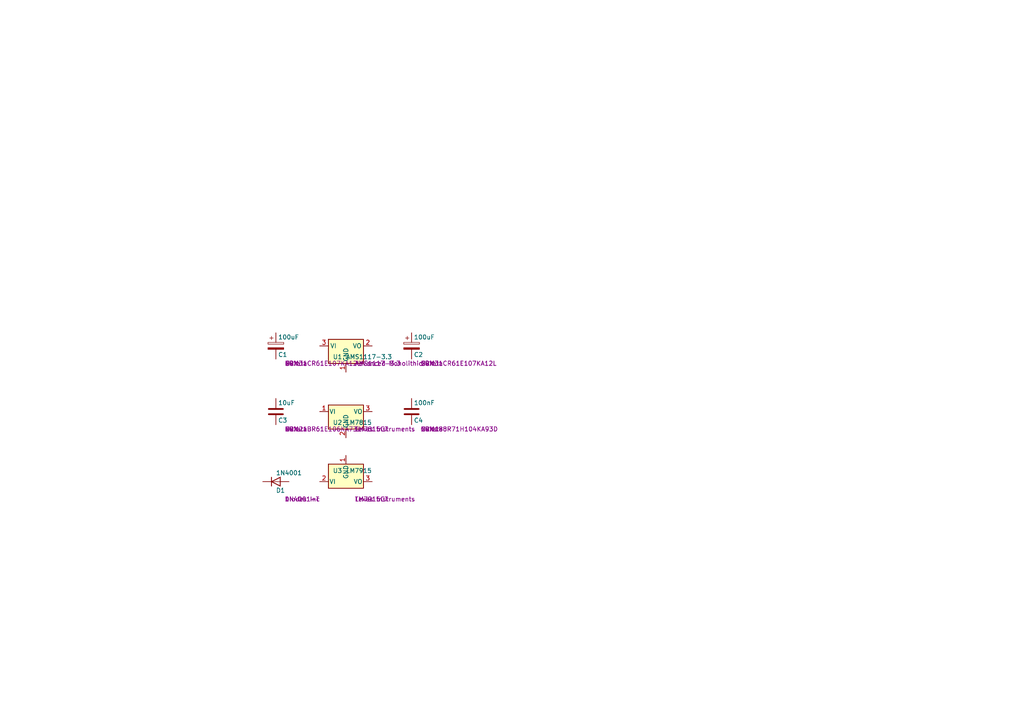
<source format=kicad_sch>
(kicad_sch (version 20250114) (generator "eeschema") (generator_version "9.0")
  (paper "A4")
  (title_block (title "AmpPowerSupply"))
  (lib_symbols
    (symbol "Regulator_Linear:AMS1117-3.3"
      (property "Reference" "U" (at -3.81 3.175 0))
      (property "Value" "AMS1117-3.3" (at 0 3.175 0))
      (symbol "AMS1117-3.3_0_1"
        (rectangle (start -5.08 -5.08) (end 5.08 1.905) (stroke (width 0.254)) (fill (type background)))
      )
      (symbol "AMS1117-3.3_1_1"
        (pin power_in line (at -7.62 0 0) (length 2.54) (name "VI") (number "3"))
        (pin power_in line (at 0 -7.62 90) (length 2.54) (name "GND") (number "1"))
        (pin power_out line (at 7.62 0 180) (length 2.54) (name "VO") (number "2"))
      )
    )
    (symbol "Regulator_Linear:LM7815_TO220"
      (property "Reference" "U" (at -3.81 3.175 0))
      (property "Value" "LM7815_TO220" (at 0 3.175 0))
      (pin_names (offset 0.254))
      (symbol "LM7815_TO220_0_1"
        (rectangle (start -5.08 1.905) (end 5.08 -5.08) (stroke (width 0.254)) (fill (type background)))
      )
      (symbol "LM7815_TO220_1_1"
        (pin power_in line (at -7.62 0 0) (length 2.54) (name "VI") (number "1"))
        (pin power_in line (at 0 -7.62 90) (length 2.54) (name "GND") (number "2"))
        (pin power_out line (at 7.62 0 180) (length 2.54) (name "VO") (number "3"))
      )
    )
    (symbol "Regulator_Linear:LM7915_TO220"
      (property "Reference" "U" (at -3.81 -3.175 0))
      (property "Value" "LM7915_TO220" (at 0 -3.175 0))
      (pin_names (offset 0.254))
      (symbol "LM7915_TO220_0_1"
        (rectangle (start -5.08 5.08) (end 5.08 -1.905) (stroke (width 0.254)) (fill (type background)))
      )
      (symbol "LM7915_TO220_1_1"
        (pin power_in line (at -7.62 0 0) (length 2.54) (name "VI") (number "2"))
        (pin power_in line (at 0 7.62 270) (length 2.54) (name "GND") (number "1"))
        (pin power_out line (at 7.62 0 180) (length 2.54) (name "VO") (number "3"))
      )
    )
    (symbol "Device:C_Polarized" (pin_numbers (hide yes)) (pin_names (offset 0.254))
      (property "Reference" "C" (at 0.635 2.54 0))
      (property "Value" "C_Polarized" (at 0.635 -2.54 0))
      (symbol "C_Polarized_0_1"
        (rectangle (start -2.286 0.508) (end 2.286 1.016))
        (polyline (pts (xy -1.778 2.286) (xy -0.762 2.286)))
        (polyline (pts (xy -1.27 2.794) (xy -1.27 1.778)))
        (rectangle (start 2.286 -0.508) (end -2.286 -1.016) (fill (type outline)))
      )
      (symbol "C_Polarized_1_1"
        (pin passive line (at 0 3.81 270) (length 2.794) (name "~") (number "1"))
        (pin passive line (at 0 -3.81 90) (length 2.794) (name "~") (number "2"))
      )
    )
    (symbol "Device:C" (pin_numbers (hide yes)) (pin_names (offset 0.254))
      (property "Reference" "C" (at 0.635 2.54 0))
      (property "Value" "C" (at 0.635 -2.54 0))
      (symbol "C_0_1"
        (polyline (pts (xy -2.032 0.762) (xy 2.032 0.762)) (stroke (width 0.508)))
        (polyline (pts (xy -2.032 -0.762) (xy 2.032 -0.762)) (stroke (width 0.508)))
      )
      (symbol "C_1_1"
        (pin passive line (at 0 3.81 270) (length 2.794) (name "~") (number "1"))
        (pin passive line (at 0 -3.81 90) (length 2.794) (name "~") (number "2"))
      )
    )
    (symbol "Device:D" (pin_numbers (hide yes)) (pin_names (offset 1.016) (hide yes))
      (property "Reference" "D" (at 0 2.54 0))
      (property "Value" "D" (at 0 -2.54 0))
      (symbol "D_0_1"
        (polyline (pts (xy -1.27 1.27) (xy -1.27 -1.27)) (stroke (width 0.254)))
        (polyline (pts (xy 1.27 1.27) (xy 1.27 -1.27) (xy -1.27 0) (xy 1.27 1.27)) (stroke (width 0.254)))
        (polyline (pts (xy 1.27 0) (xy -1.27 0)))
      )
      (symbol "D_1_1"
        (pin passive line (at -3.81 0 0) (length 2.54) (name "K") (number "1"))
        (pin passive line (at 3.81 0 180) (length 2.54) (name "A") (number "2"))
      )
    )
  )
  (symbol (lib_id "Regulator_Linear:AMS1117-3.3") (at 100.33 100.33 0) (unit 1)
    (property "Reference" "U1" (at 96.52 103.505 0.0000) (effects (justify left)))
    (property "Value" "AMS1117-3.3" (at 100.33 103.505 0.0000) (effects (justify left)))
    (property "Footprint" "Package_TO_SOT_SMD:SOT-223" (effects (hide yes)))
    (property "PartNumber" "AMS1117-3.3" (at 102.87 105.4099 0) (effects (justify left)))
    (property "Manufacturer" "Advanced Monolithic" (at 102.87 105.4099 0) (effects (justify left)))
  )
  (symbol (lib_id "Regulator_Linear:LM7815_TO220") (at 100.33 119.38 0) (unit 1)
    (property "Reference" "U2" (at 96.52 122.555 0.0000) (effects (justify left)))
    (property "Value" "LM7815" (at 100.33 122.555 0.0000) (effects (justify left)))
    (property "Footprint" "Package_TO_SOT_THT:TO-220-3_Vertical" (effects (hide yes)))
    (property "PartNumber" "LM7815CT" (at 102.87 124.4599 0) (effects (justify left)))
    (property "Manufacturer" "Texas Instruments" (at 102.87 124.4599 0) (effects (justify left)))
  )
  (symbol (lib_id "Regulator_Linear:LM7915_TO220") (at 100.33 139.7 0) (unit 1)
    (property "Reference" "U3" (at 96.52 136.525 0.0000) (effects (justify left)))
    (property "Value" "LM7915" (at 100.33 136.525 0.0000) (effects (justify left)))
    (property "Footprint" "Package_TO_SOT_THT:TO-220-3_Vertical" (effects (hide yes)))
    (property "PartNumber" "LM7915CT" (at 102.87 144.7799 0) (effects (justify left)))
    (property "Manufacturer" "Texas Instruments" (at 102.87 144.7799 0) (effects (justify left)))
  )
  (symbol (lib_id "Device:C_Polarized") (at 80.01 100.33 0) (unit 1)
    (property "Reference" "C1" (at 80.645 102.87 0.0000) (effects (justify left)))
    (property "Value" "100uF" (at 80.645 97.79 0.0000) (effects (justify left)))
    (property "Footprint" "Capacitor_SMD:C_1206_3216Metric" (effects (hide yes)))
    (property "PartNumber" "GRM31CR61E107KA12L" (at 82.55 105.4099 0) (effects (justify left)))
    (property "Manufacturer" "Murata" (at 82.55 105.4099 0) (effects (justify left)))
    (property "Tolerance" "10%" (at 82.55 105.4099 0) (effects (justify left)))
  )
  (symbol (lib_id "Device:C_Polarized") (at 119.38 100.33 0) (unit 1)
    (property "Reference" "C2" (at 120.015 102.87 0.0000) (effects (justify left)))
    (property "Value" "100uF" (at 120.015 97.79 0.0000) (effects (justify left)))
    (property "Footprint" "Capacitor_SMD:C_1206_3216Metric" (effects (hide yes)))
    (property "PartNumber" "GRM31CR61E107KA12L" (at 121.92 105.4099 0) (effects (justify left)))
    (property "Manufacturer" "Murata" (at 121.92 105.4099 0) (effects (justify left)))
    (property "Tolerance" "10%" (at 121.92 105.4099 0) (effects (justify left)))
  )
  (symbol (lib_id "Device:C") (at 80.01 119.38 0) (unit 1)
    (property "Reference" "C3" (at 80.645 121.92 0.0000) (effects (justify left)))
    (property "Value" "10uF" (at 80.645 116.84 0.0000) (effects (justify left)))
    (property "Footprint" "Capacitor_SMD:C_0805_2012Metric" (effects (hide yes)))
    (property "PartNumber" "GRM21BR61E106KA73L" (at 82.55 124.4599 0) (effects (justify left)))
    (property "Manufacturer" "Murata" (at 82.55 124.4599 0) (effects (justify left)))
    (property "Tolerance" "10%" (at 82.55 124.4599 0) (effects (justify left)))
  )
  (symbol (lib_id "Device:C") (at 119.38 119.38 0) (unit 1)
    (property "Reference" "C4" (at 120.015 121.92 0.0000) (effects (justify left)))
    (property "Value" "100nF" (at 120.015 116.84 0.0000) (effects (justify left)))
    (property "Footprint" "Capacitor_SMD:C_0603_1608Metric" (effects (hide yes)))
    (property "PartNumber" "GRM188R71H104KA93D" (at 121.92 124.4599 0) (effects (justify left)))
    (property "Manufacturer" "Murata" (at 121.92 124.4599 0) (effects (justify left)))
    (property "Tolerance" "10%" (at 121.92 124.4599 0) (effects (justify left)))
  )
  (symbol (lib_id "Device:D") (at 80.01 139.7 0) (unit 1)
    (property "Reference" "D1" (at 80.01 142.24 0.0000) (effects (justify left)))
    (property "Value" "1N4001" (at 80.01 137.16 0.0000) (effects (justify left)))
    (property "Footprint" "Diode_THT:D_DO-41_SOD81_P10.16mm_Horizontal" (effects (hide yes)))
    (property "PartNumber" "1N4001-T" (at 82.55 144.7799 0) (effects (justify left)))
    (property "Manufacturer" "Diodes Inc" (at 82.55 144.7799 0) (effects (justify left)))
  )
)
</source>
